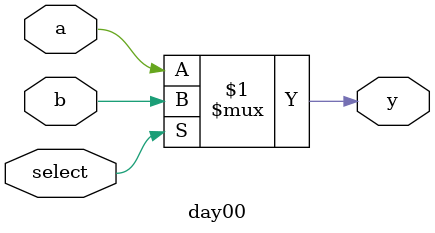
<source format=sv>
module day00 (
	input logic a,
	input logic b,
	input logic select,
	output logic y
);

	assign y = select ? b : a;

endmodule

</source>
